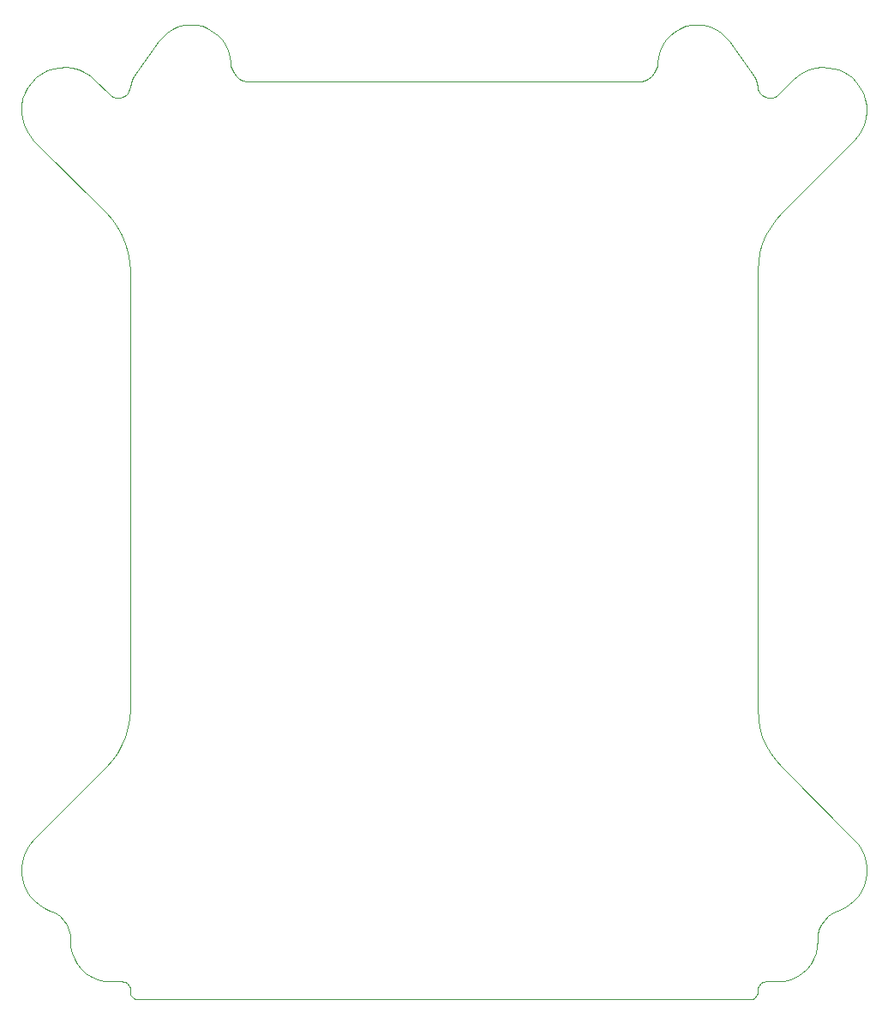
<source format=gbr>
G04*
G04 #@! TF.GenerationSoftware,Altium Limited,Altium Designer,24.2.2 (26)*
G04*
G04 Layer_Color=0*
%FSLAX45Y45*%
%MOMM*%
G71*
G04*
G04 #@! TF.SameCoordinates,7AAD8A9D-A8BC-4A06-A169-5CC17A717069*
G04*
G04*
G04 #@! TF.FilePolarity,Positive*
G04*
G01*
G75*
%ADD35C,0.02540*%
D35*
X14125610Y13550900D02*
X14271078Y13696371D01*
X14319228Y13737804D01*
X14373010Y13771600D01*
X14431232Y13797002D01*
X14492587Y13813441D01*
X14555710Y13820554D01*
X14619185Y13818178D01*
X14681598Y13806369D01*
X14741554Y13785390D01*
X14797716Y13755708D01*
X14848824Y13717989D01*
X14893739Y13673073D01*
X14931459Y13621964D01*
X14961139Y13565805D01*
X14982120Y13505849D01*
X14993929Y13443436D01*
X14996303Y13379959D01*
X14989191Y13316838D01*
X14972751Y13255482D01*
X14947350Y13197261D01*
X14913554Y13143477D01*
X14872121Y13095329D01*
X14155916Y12379124D01*
X14096135Y12312230D01*
X14044221Y12239064D01*
X14000826Y12160546D01*
X13966495Y12077662D01*
X13941658Y11991456D01*
X13926631Y11903010D01*
X13921600Y11813438D01*
Y7478262D01*
X13926631Y7388690D01*
X13941658Y7300245D01*
X13966495Y7214039D01*
X14000826Y7131155D01*
X14044221Y7052636D01*
X14096135Y6979470D01*
X14155916Y6912576D01*
X14872121Y6196371D01*
X14912202Y6150047D01*
X14945206Y6098442D01*
X14970448Y6042630D01*
X14987408Y5983767D01*
X14995728Y5923078D01*
X14995235Y5861824D01*
X14985945Y5801277D01*
X14968045Y5742694D01*
X14941910Y5687293D01*
X14908081Y5636224D01*
X14867262Y5590549D01*
X14820303Y5551217D01*
X14768176Y5519043D01*
X14711964Y5494698D01*
X14662337Y5472080D01*
X14617622Y5440853D01*
X14579301Y5402045D01*
X14548640Y5356941D01*
X14526649Y5307031D01*
X14514062Y5253965D01*
X14511285Y5199496D01*
X14508749Y5136789D01*
X14496190Y5075301D01*
X14473929Y5016624D01*
X14442545Y4962277D01*
X14402850Y4913667D01*
X14355872Y4872054D01*
X14302827Y4838514D01*
X14245090Y4813917D01*
X14184155Y4798900D01*
X14121600Y4793850D01*
X14001601D01*
X13985994Y4792313D01*
X13970985Y4787761D01*
X13957156Y4780367D01*
X13945033Y4770419D01*
X13935081Y4758296D01*
X13927690Y4744465D01*
X13923138Y4729458D01*
X13921600Y4713850D01*
Y4695850D01*
X13920064Y4680243D01*
X13915511Y4665235D01*
X13908118Y4651404D01*
X13898169Y4639282D01*
X13886046Y4629333D01*
X13872215Y4621939D01*
X13857208Y4617387D01*
X13841600Y4615850D01*
X7801601D01*
X7785993Y4617387D01*
X7770986Y4621939D01*
X7757155Y4629333D01*
X7745032Y4639282D01*
X7735083Y4651404D01*
X7727690Y4665235D01*
X7723138Y4680243D01*
X7721601Y4695850D01*
Y4713850D01*
X7720063Y4729458D01*
X7715511Y4744465D01*
X7708118Y4758296D01*
X7698169Y4770419D01*
X7686046Y4780367D01*
X7672215Y4787761D01*
X7657208Y4792313D01*
X7641600Y4793850D01*
X7521600D01*
X7459046Y4798900D01*
X7398111Y4813917D01*
X7340373Y4838514D01*
X7287329Y4872054D01*
X7240351Y4913667D01*
X7200656Y4962277D01*
X7169272Y5016624D01*
X7147011Y5075301D01*
X7134451Y5136789D01*
X7131915Y5199496D01*
X7129140Y5253965D01*
X7116550Y5307031D01*
X7094561Y5356941D01*
X7063900Y5402045D01*
X7025578Y5440853D01*
X6980865Y5472080D01*
X6931236Y5494698D01*
X6875026Y5519043D01*
X6822899Y5551217D01*
X6775938Y5590549D01*
X6735120Y5636224D01*
X6701292Y5687293D01*
X6675157Y5742694D01*
X6657257Y5801277D01*
X6647965Y5861824D01*
X6647474Y5923078D01*
X6655794Y5983767D01*
X6672751Y6042630D01*
X6697995Y6098442D01*
X6730999Y6150047D01*
X6771080Y6196371D01*
X7487286Y6912576D01*
X7547065Y6979470D01*
X7598980Y7052636D01*
X7642375Y7131155D01*
X7676707Y7214039D01*
X7701543Y7300245D01*
X7716570Y7388690D01*
X7721601Y7478262D01*
Y11813438D01*
X7716570Y11903010D01*
X7701543Y11991456D01*
X7676707Y12077662D01*
X7642375Y12160546D01*
X7598980Y12239064D01*
X7547065Y12312230D01*
X7487286Y12379124D01*
X6771080Y13095329D01*
X6729647Y13143477D01*
X6695851Y13197261D01*
X6670450Y13255482D01*
X6654010Y13316838D01*
X6646898Y13379959D01*
X6649273Y13443436D01*
X6661082Y13505849D01*
X6682061Y13565805D01*
X6711743Y13621964D01*
X6749463Y13673073D01*
X6794378Y13717989D01*
X6845487Y13755708D01*
X6901646Y13785390D01*
X6961603Y13806369D01*
X7024015Y13818178D01*
X7087492Y13820554D01*
X7150613Y13813441D01*
X7211969Y13797002D01*
X7270190Y13771600D01*
X7323974Y13737804D01*
X7372121Y13696371D01*
X7517591Y13550900D01*
X7535173Y13536382D01*
X7555183Y13525452D01*
X7576900Y13518504D01*
X7599540Y13515788D01*
X7622284Y13517406D01*
X7644311Y13523294D01*
X7664827Y13533244D01*
X7683092Y13546893D01*
X7698443Y13563753D01*
X7710330Y13583212D01*
X7718320Y13604567D01*
X7722127Y13627048D01*
X7727957Y13662560D01*
X7740056Y13696452D01*
X7758033Y13727628D01*
X8002643Y14075275D01*
X8041216Y14121931D01*
X8086545Y14162054D01*
X8137537Y14194682D01*
X8192964Y14219025D01*
X8251490Y14234496D01*
X8311705Y14240724D01*
X8372160Y14237560D01*
X8431395Y14225076D01*
X8487986Y14203577D01*
X8540567Y14173579D01*
X8587872Y14135805D01*
X8628763Y14091165D01*
X8662252Y14040736D01*
X8687534Y13985732D01*
X8703999Y13927477D01*
X8711250Y13867377D01*
X8716496Y13829585D01*
X8728821Y13793478D01*
X8747778Y13760371D01*
X8772678Y13731465D01*
X8802614Y13707812D01*
X8836496Y13690274D01*
X8873093Y13679489D01*
X8911071Y13675851D01*
X12732130D01*
X12770108Y13679489D01*
X12806705Y13690274D01*
X12840588Y13707812D01*
X12870523Y13731465D01*
X12895424Y13760371D01*
X12914380Y13793478D01*
X12926706Y13829585D01*
X12931950Y13867377D01*
X12939203Y13927477D01*
X12955667Y13985732D01*
X12980948Y14040736D01*
X13014438Y14091165D01*
X13055328Y14135805D01*
X13102635Y14173579D01*
X13155215Y14203577D01*
X13211806Y14225076D01*
X13271040Y14237560D01*
X13331496Y14240724D01*
X13391711Y14234496D01*
X13450237Y14219025D01*
X13505664Y14194682D01*
X13556657Y14162054D01*
X13601984Y14121931D01*
X13640558Y14075275D01*
X13885168Y13727628D01*
X13903145Y13696452D01*
X13915244Y13662560D01*
X13921074Y13627048D01*
X13924881Y13604567D01*
X13932870Y13583212D01*
X13944759Y13563753D01*
X13960110Y13546893D01*
X13978374Y13533244D01*
X13998889Y13523294D01*
X14020918Y13517406D01*
X14043661Y13515788D01*
X14066301Y13518504D01*
X14088017Y13525452D01*
X14108028Y13536382D01*
X14125610Y13550900D01*
M02*

</source>
